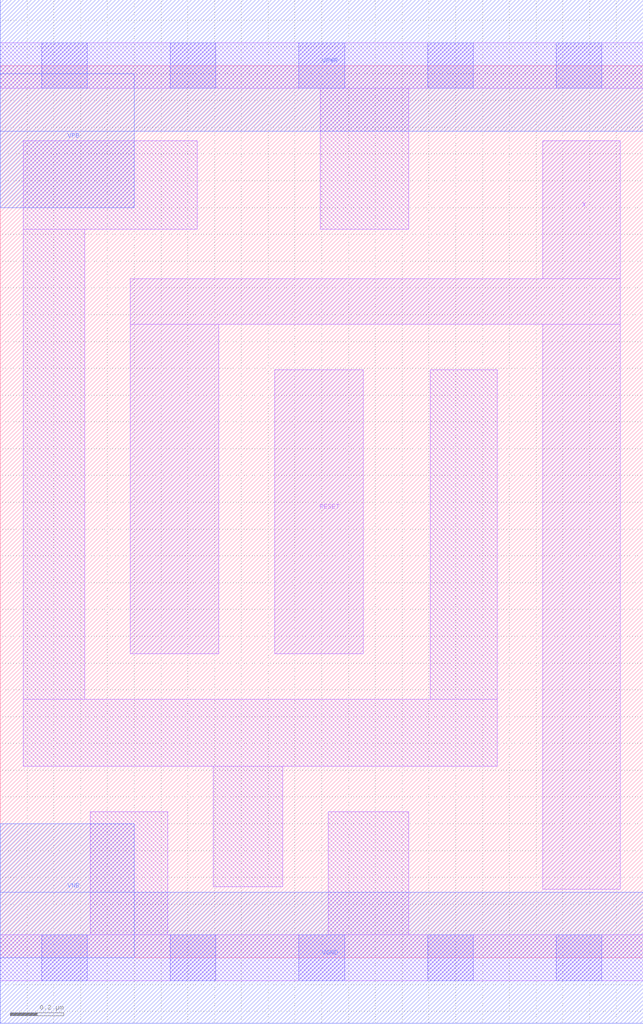
<source format=lef>
# Copyright 2020 The SkyWater PDK Authors
#
# Licensed under the Apache License, Version 2.0 (the "License");
# you may not use this file except in compliance with the License.
# You may obtain a copy of the License at
#
#     https://www.apache.org/licenses/LICENSE-2.0
#
# Unless required by applicable law or agreed to in writing, software
# distributed under the License is distributed on an "AS IS" BASIS,
# WITHOUT WARRANTIES OR CONDITIONS OF ANY KIND, either express or implied.
# See the License for the specific language governing permissions and
# limitations under the License.
#
# SPDX-License-Identifier: Apache-2.0

VERSION 5.5 ;
NAMESCASESENSITIVE ON ;
BUSBITCHARS "[]" ;
DIVIDERCHAR "/" ;
MACRO sky130_fd_sc_lp__bushold_1
  CLASS CORE ;
  SOURCE USER ;
  ORIGIN  0.000000  0.000000 ;
  SIZE  2.400000 BY  3.330000 ;
  SYMMETRY X Y ;
  SITE unit ;
  PIN RESET
    ANTENNAGATEAREA  0.126000 ;
    DIRECTION INPUT ;
    USE SIGNAL ;
    PORT
      LAYER li1 ;
        RECT 1.025000 1.135000 1.355000 2.195000 ;
    END
  END RESET
  PIN X
    ANTENNAGATEAREA  0.126000 ;
    DIRECTION INOUT ;
    USE SIGNAL ;
    PORT
      LAYER li1 ;
        RECT 0.485000 1.135000 0.815000 2.365000 ;
        RECT 0.485000 2.365000 2.315000 2.535000 ;
        RECT 2.025000 0.255000 2.315000 2.365000 ;
        RECT 2.025000 2.535000 2.315000 3.050000 ;
    END
  END X
  PIN VGND
    DIRECTION INOUT ;
    USE GROUND ;
    PORT
      LAYER met1 ;
        RECT 0.000000 -0.245000 2.400000 0.245000 ;
    END
  END VGND
  PIN VNB
    DIRECTION INOUT ;
    USE GROUND ;
    PORT
    END
  END VNB
  PIN VPB
    DIRECTION INOUT ;
    USE POWER ;
    PORT
    END
  END VPB
  PIN VNB
    DIRECTION INOUT ;
    USE GROUND ;
    PORT
      LAYER met1 ;
        RECT 0.000000 0.000000 0.500000 0.500000 ;
    END
  END VNB
  PIN VPB
    DIRECTION INOUT ;
    USE POWER ;
    PORT
      LAYER met1 ;
        RECT 0.000000 2.800000 0.500000 3.300000 ;
    END
  END VPB
  PIN VPWR
    DIRECTION INOUT ;
    USE POWER ;
    PORT
      LAYER met1 ;
        RECT 0.000000 3.085000 2.400000 3.575000 ;
    END
  END VPWR
  OBS
    LAYER li1 ;
      RECT 0.000000 -0.085000 2.400000 0.085000 ;
      RECT 0.000000  3.245000 2.400000 3.415000 ;
      RECT 0.085000  0.715000 1.855000 0.965000 ;
      RECT 0.085000  0.965000 0.315000 2.720000 ;
      RECT 0.085000  2.720000 0.735000 3.050000 ;
      RECT 0.335000  0.085000 0.625000 0.545000 ;
      RECT 0.795000  0.265000 1.055000 0.715000 ;
      RECT 1.195000  2.720000 1.525000 3.245000 ;
      RECT 1.225000  0.085000 1.525000 0.545000 ;
      RECT 1.605000  0.965000 1.855000 2.195000 ;
    LAYER mcon ;
      RECT 0.155000 -0.085000 0.325000 0.085000 ;
      RECT 0.155000  3.245000 0.325000 3.415000 ;
      RECT 0.635000 -0.085000 0.805000 0.085000 ;
      RECT 0.635000  3.245000 0.805000 3.415000 ;
      RECT 1.115000 -0.085000 1.285000 0.085000 ;
      RECT 1.115000  3.245000 1.285000 3.415000 ;
      RECT 1.595000 -0.085000 1.765000 0.085000 ;
      RECT 1.595000  3.245000 1.765000 3.415000 ;
      RECT 2.075000 -0.085000 2.245000 0.085000 ;
      RECT 2.075000  3.245000 2.245000 3.415000 ;
  END
END sky130_fd_sc_lp__bushold_1
END LIBRARY

</source>
